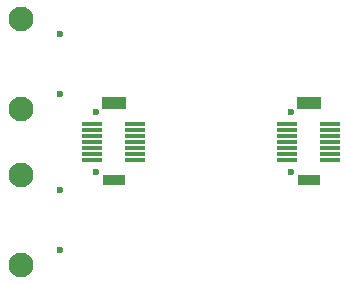
<source format=gbs>
G04*
G04 #@! TF.GenerationSoftware,Altium Limited,Altium Designer,18.1.7 (191)*
G04*
G04 Layer_Color=16711935*
%FSLAX24Y24*%
%MOIN*%
G70*
G01*
G75*
%ADD16R,0.0749X0.0355*%
%ADD17R,0.0789X0.0395*%
%ADD18R,0.0670X0.0158*%
%ADD24C,0.0236*%
%ADD25C,0.0827*%
D16*
X12500Y14370D02*
D03*
X19000D02*
D03*
D17*
X12500Y16930D02*
D03*
X19000D02*
D03*
D18*
X11791Y15650D02*
D03*
Y15847D02*
D03*
Y16044D02*
D03*
Y16241D02*
D03*
Y15453D02*
D03*
Y15256D02*
D03*
Y15059D02*
D03*
X13209Y15650D02*
D03*
Y15847D02*
D03*
Y16044D02*
D03*
Y16241D02*
D03*
Y15453D02*
D03*
Y15256D02*
D03*
Y15059D02*
D03*
X19709D02*
D03*
Y15256D02*
D03*
Y15453D02*
D03*
Y16241D02*
D03*
Y16044D02*
D03*
Y15847D02*
D03*
Y15650D02*
D03*
X18291Y15059D02*
D03*
Y15256D02*
D03*
Y15453D02*
D03*
Y16241D02*
D03*
Y16044D02*
D03*
Y15847D02*
D03*
Y15650D02*
D03*
D24*
X11909Y14646D02*
D03*
Y16654D02*
D03*
X18409D02*
D03*
Y14646D02*
D03*
X10709Y12046D02*
D03*
Y14054D02*
D03*
Y19254D02*
D03*
Y17246D02*
D03*
D25*
X9400Y11550D02*
D03*
Y14550D02*
D03*
Y16750D02*
D03*
Y19750D02*
D03*
M02*

</source>
